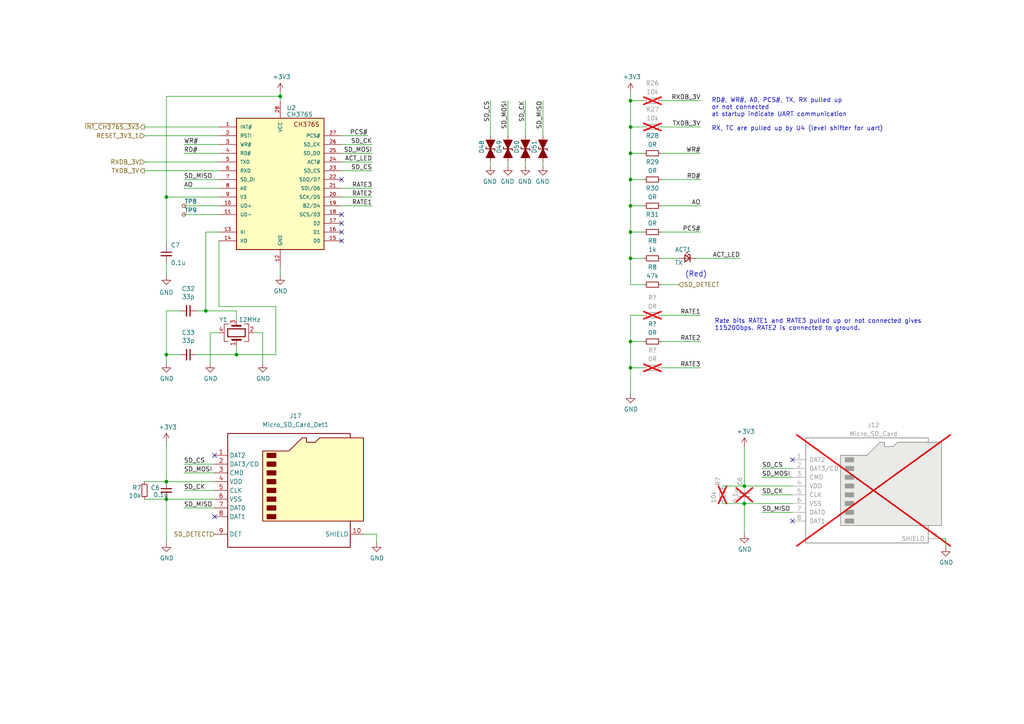
<source format=kicad_sch>
(kicad_sch (version 20230121) (generator eeschema)
  (paper "A4")
  (lib_symbols
    (symbol "Connector:Micro_SD_Card" (pin_names (offset 1.016))
      (property "Reference" "J" (at -16.51 15.24 0))
      (property "Value" "Micro_SD_Card" (at 16.51 15.24 0))
      (symbol "Micro_SD_Card_0_1"
        (rectangle (start -7.62 -9.525) (end -5.08 -10.795) (fill (type outline)))
        (rectangle (start -7.62 -6.985) (end -5.08 -8.255) (fill (type outline)))
        (rectangle (start -7.62 -4.445) (end -5.08 -5.715) (fill (type outline)))
        (rectangle (start -7.62 -1.905) (end -5.08 -3.175) (fill (type outline)))
        (rectangle (start -7.62 0.635) (end -5.08 -0.635) (fill (type outline)))
        (rectangle (start -7.62 3.175) (end -5.08 1.905) (fill (type outline)))
        (rectangle (start -7.62 5.715) (end -5.08 4.445) (fill (type outline)))
        (rectangle (start -7.62 8.255) (end -5.08 6.985) (fill (type outline)))
        (polyline (pts (xy 16.51 12.7) (xy 16.51 13.97) (xy -19.05 13.97) (xy -19.05 -16.51) (xy 16.51 -16.51) (xy 16.51 -11.43)) (stroke (width 0.254)))
        (polyline (pts (xy -8.89 -11.43) (xy -8.89 8.89) (xy -1.27 8.89) (xy 2.54 12.7) (xy 3.81 12.7) (xy 3.81 11.43) (xy 6.35 11.43) (xy 7.62 12.7) (xy 20.32 12.7) (xy 20.32 -11.43) (xy -8.89 -11.43)) (stroke (width 0.254)) (fill (type background)))
      )
      (symbol "Micro_SD_Card_1_1"
        (pin bidirectional line (at -22.86 7.62 0) (length 3.81) (name "DAT2") (number "1"))
        (pin bidirectional line (at -22.86 5.08 0) (length 3.81) (name "DAT3/CD") (number "2"))
        (pin input line (at -22.86 2.54 0) (length 3.81) (name "CMD") (number "3"))
        (pin power_in line (at -22.86 0 0) (length 3.81) (name "VDD") (number "4"))
        (pin input line (at -22.86 -2.54 0) (length 3.81) (name "CLK") (number "5"))
        (pin power_in line (at -22.86 -5.08 0) (length 3.81) (name "VSS") (number "6"))
        (pin bidirectional line (at -22.86 -7.62 0) (length 3.81) (name "DAT0") (number "7"))
        (pin bidirectional line (at -22.86 -10.16 0) (length 3.81) (name "DAT1") (number "8"))
        (pin passive line (at 20.32 -15.24 180) (length 3.81) (name "SHIELD") (number "9"))
      )
    )
    (symbol "Connector:Micro_SD_Card_Det1"
      (property "Reference" "J" (at -16.51 17.78 0))
      (property "Value" "Micro_SD_Card_Det1" (at 16.51 17.78 0))
      (symbol "Micro_SD_Card_Det1_0_1"
        (rectangle (start -7.62 -6.985) (end -5.08 -8.255) (stroke (width 0.254)) (fill (type outline)))
        (rectangle (start -7.62 -4.445) (end -5.08 -5.715) (stroke (width 0.254)) (fill (type outline)))
        (rectangle (start -7.62 -1.905) (end -5.08 -3.175) (stroke (width 0.254)) (fill (type outline)))
        (rectangle (start -7.62 0.635) (end -5.08 -0.635) (stroke (width 0.254)) (fill (type outline)))
        (rectangle (start -7.62 3.175) (end -5.08 1.905) (stroke (width 0.254)) (fill (type outline)))
        (rectangle (start -7.62 5.715) (end -5.08 4.445) (stroke (width 0.254)) (fill (type outline)))
        (rectangle (start -7.62 8.255) (end -5.08 6.985) (stroke (width 0.254)) (fill (type outline)))
        (rectangle (start -7.62 10.795) (end -5.08 9.525) (stroke (width 0.254)) (fill (type outline)))
        (polyline (pts (xy 16.51 15.24) (xy 16.51 16.51) (xy -19.05 16.51) (xy -19.05 -16.51) (xy 16.51 -16.51) (xy 16.51 -8.89)) (stroke (width 0.254)))
        (polyline (pts (xy -8.89 -8.89) (xy -8.89 11.43) (xy -1.27 11.43) (xy 2.54 15.24) (xy 3.81 15.24) (xy 3.81 13.97) (xy 6.35 13.97) (xy 7.62 15.24) (xy 20.32 15.24) (xy 20.32 -8.89) (xy -8.89 -8.89)) (stroke (width 0.254)) (fill (type background)))
      )
      (symbol "Micro_SD_Card_Det1_1_1"
        (pin bidirectional line (at -22.86 10.16 0) (length 3.81) (name "DAT2") (number "1"))
        (pin passive line (at 20.32 -12.7 180) (length 3.81) (name "SHIELD") (number "10"))
        (pin bidirectional line (at -22.86 7.62 0) (length 3.81) (name "DAT3/CD") (number "2"))
        (pin input line (at -22.86 5.08 0) (length 3.81) (name "CMD") (number "3"))
        (pin power_in line (at -22.86 2.54 0) (length 3.81) (name "VDD") (number "4"))
        (pin input line (at -22.86 0 0) (length 3.81) (name "CLK") (number "5"))
        (pin power_in line (at -22.86 -2.54 0) (length 3.81) (name "VSS") (number "6"))
        (pin bidirectional line (at -22.86 -5.08 0) (length 3.81) (name "DAT0") (number "7"))
        (pin bidirectional line (at -22.86 -7.62 0) (length 3.81) (name "DAT1") (number "8"))
        (pin passive line (at -22.86 -12.7 0) (length 3.81) (name "DET") (number "9"))
      )
    )
    (symbol "Connector:TestPoint_Small" (pin_numbers hide) (pin_names (offset 0.762) hide)
      (property "Reference" "TP" (at 0 3.81 0))
      (property "Value" "TestPoint_Small" (at 0 2.032 0))
      (symbol "TestPoint_Small_0_1"
        (circle (center 0 0) (radius 0.508))
      )
      (symbol "TestPoint_Small_1_1"
        (pin passive line (at 0 0 90) (length 0) (name "1") (number "1"))
      )
    )
    (symbol "Device:C_Small" (pin_numbers hide) (pin_names (offset 0.254) hide)
      (property "Reference" "C" (at 0.254 1.778 0))
      (property "Value" "C_Small" (at 0.254 -2.032 0))
      (symbol "C_Small_0_1"
        (polyline (pts (xy -1.524 -0.508) (xy 1.524 -0.508)) (stroke (width 0.3302)))
        (polyline (pts (xy -1.524 0.508) (xy 1.524 0.508)) (stroke (width 0.3048)))
      )
      (symbol "C_Small_1_1"
        (pin passive line (at 0 2.54 270) (length 2.032) (name "~") (number "1"))
        (pin passive line (at 0 -2.54 90) (length 2.032) (name "~") (number "2"))
      )
    )
    (symbol "Device:Crystal_GND24" (pin_names (offset 1.016) hide)
      (property "Reference" "Y" (at 3.175 5.08 0))
      (property "Value" "Crystal_GND24" (at 3.175 3.175 0))
      (symbol "Crystal_GND24_0_1"
        (rectangle (start -1.143 2.54) (end 1.143 -2.54) (stroke (width 0.3048)))
        (polyline (pts (xy -2.54 0) (xy -2.032 0)))
        (polyline (pts (xy -2.032 -1.27) (xy -2.032 1.27)) (stroke (width 0.508)))
        (polyline (pts (xy 0 -3.81) (xy 0 -3.556)))
        (polyline (pts (xy 0 3.556) (xy 0 3.81)))
        (polyline (pts (xy 2.032 -1.27) (xy 2.032 1.27)) (stroke (width 0.508)))
        (polyline (pts (xy 2.032 0) (xy 2.54 0)))
        (polyline (pts (xy -2.54 -2.286) (xy -2.54 -3.556) (xy 2.54 -3.556) (xy 2.54 -2.286)))
        (polyline (pts (xy -2.54 2.286) (xy -2.54 3.556) (xy 2.54 3.556) (xy 2.54 2.286)))
      )
      (symbol "Crystal_GND24_1_1"
        (pin passive line (at -3.81 0 0) (length 1.27) (name "1") (number "1"))
        (pin passive line (at 0 5.08 270) (length 1.27) (name "2") (number "2"))
        (pin passive line (at 3.81 0 180) (length 1.27) (name "3") (number "3"))
        (pin passive line (at 0 -5.08 90) (length 1.27) (name "4") (number "4"))
      )
    )
    (symbol "Device:D_TVS_Filled" (pin_numbers hide) (pin_names (offset 1.016) hide)
      (property "Reference" "D" (at 0 2.54 0))
      (property "Value" "D_TVS_Filled" (at 0 -2.54 0))
      (symbol "D_TVS_Filled_0_1"
        (polyline (pts (xy 1.27 0) (xy -1.27 0)))
        (polyline (pts (xy -2.54 -1.27) (xy 0 0) (xy -2.54 1.27) (xy -2.54 -1.27)) (stroke (width 0.254)) (fill (type outline)))
        (polyline (pts (xy 0.508 1.27) (xy 0 1.27) (xy 0 -1.27) (xy -0.508 -1.27)) (stroke (width 0.254)))
        (polyline (pts (xy 2.54 1.27) (xy 2.54 -1.27) (xy 0 0) (xy 2.54 1.27)) (stroke (width 0.254)) (fill (type outline)))
      )
      (symbol "D_TVS_Filled_1_1"
        (pin passive line (at -3.81 0 0) (length 2.54) (name "A1") (number "1"))
        (pin passive line (at 3.81 0 180) (length 2.54) (name "A2") (number "2"))
      )
    )
    (symbol "Device:LED_Small" (pin_numbers hide) (pin_names (offset 0.254) hide)
      (property "Reference" "D" (at -1.27 3.175 0))
      (property "Value" "LED_Small" (at -4.445 -2.54 0))
      (symbol "LED_Small_0_1"
        (polyline (pts (xy -0.762 -1.016) (xy -0.762 1.016)) (stroke (width 0.254)))
        (polyline (pts (xy 1.016 0) (xy -0.762 0)))
        (polyline (pts (xy 0.762 -1.016) (xy -0.762 0) (xy 0.762 1.016) (xy 0.762 -1.016)) (stroke (width 0.254)))
        (polyline (pts (xy 0 0.762) (xy -0.508 1.27) (xy -0.254 1.27) (xy -0.508 1.27) (xy -0.508 1.016)))
        (polyline (pts (xy 0.508 1.27) (xy 0 1.778) (xy 0.254 1.778) (xy 0 1.778) (xy 0 1.524)))
      )
      (symbol "LED_Small_1_1"
        (pin passive line (at -2.54 0 0) (length 1.778) (name "K") (number "1"))
        (pin passive line (at 2.54 0 180) (length 1.778) (name "A") (number "2"))
      )
    )
    (symbol "Device:R_Small" (pin_numbers hide) (pin_names (offset 0.254) hide)
      (property "Reference" "R" (at 0.762 0.508 0))
      (property "Value" "R_Small" (at 0.762 -1.016 0))
      (symbol "R_Small_0_1"
        (rectangle (start -0.762 1.778) (end 0.762 -1.778) (stroke (width 0.2032)))
      )
      (symbol "R_Small_1_1"
        (pin passive line (at 0 2.54 270) (length 0.762) (name "~") (number "1"))
        (pin passive line (at 0 -2.54 90) (length 0.762) (name "~") (number "2"))
      )
    )
    (symbol "Tiny_Z80:+3.3V-power" (power) (pin_names (offset 0))
      (property "Value" "+3.3V-power" (at 0 3.556 0))
      (symbol "+3.3V-power_0_1"
        (polyline (pts (xy -0.762 1.27) (xy 0 2.54)))
        (polyline (pts (xy 0 0) (xy 0 2.54)))
        (polyline (pts (xy 0 2.54) (xy 0.762 1.27)))
      )
      (symbol "+3.3V-power_1_1"
        (pin power_in line (at 0 0 90) (length 0) hide (name "+3V3") (number "1"))
      )
    )
    (symbol "ch376:CH376S" (pin_names (offset 1.016))
      (property "Reference" "U" (at 0 0 0))
      (property "Value" "CH376S" (at 0 0 0))
      (symbol "CH376S_0_0"
        (rectangle (start -12.7 -20.32) (end 12.7 17.78) (stroke (width 0.254)) (fill (type background)))
        (text "CH376S" (at 3.81 15.24 0) (effects (font (size 1.27 1.27)) (justify left bottom)))
        (pin bidirectional line (at -17.78 15.24 0) (length 5.08) (name "INT#") (number "1"))
        (pin bidirectional line (at -17.78 -7.62 0) (length 5.08) (name "UD+") (number "10"))
        (pin bidirectional line (at -17.78 -10.16 0) (length 5.08) (name "UD-") (number "11"))
        (pin power_in line (at 0 -25.4 90) (length 5.08) (name "GND") (number "12"))
        (pin bidirectional line (at -17.78 -15.24 0) (length 5.08) (name "XI") (number "13"))
        (pin bidirectional line (at -17.78 -17.78 0) (length 5.08) (name "XO") (number "14"))
        (pin bidirectional line (at 17.78 -17.78 180) (length 5.08) (name "D0") (number "15"))
        (pin bidirectional line (at 17.78 -15.24 180) (length 5.08) (name "D1") (number "16"))
        (pin bidirectional line (at 17.78 -12.7 180) (length 5.08) (name "D2") (number "17"))
        (pin bidirectional line (at 17.78 -10.16 180) (length 5.08) (name "SCS/D3") (number "18"))
        (pin bidirectional line (at 17.78 -7.62 180) (length 5.08) (name "BZ/D4") (number "19"))
        (pin bidirectional line (at -17.78 12.7 0) (length 5.08) (name "RSTI") (number "2"))
        (pin bidirectional line (at 17.78 -5.08 180) (length 5.08) (name "SCK/D5") (number "20"))
        (pin bidirectional line (at 17.78 -2.54 180) (length 5.08) (name "SDI/D6") (number "21"))
        (pin bidirectional line (at 17.78 0 180) (length 5.08) (name "SDO/D7") (number "22"))
        (pin bidirectional line (at 17.78 2.54 180) (length 5.08) (name "SD_CS") (number "23"))
        (pin bidirectional line (at 17.78 5.08 180) (length 5.08) (name "ACT#") (number "24"))
        (pin bidirectional line (at 17.78 7.62 180) (length 5.08) (name "SD_DO") (number "25"))
        (pin bidirectional line (at 17.78 10.16 180) (length 5.08) (name "SD_CK") (number "26"))
        (pin bidirectional line (at 17.78 12.7 180) (length 5.08) (name "PCS#") (number "27"))
        (pin power_in line (at 0 22.86 270) (length 5.08) (name "VCC") (number "28"))
        (pin bidirectional line (at -17.78 10.16 0) (length 5.08) (name "WR#") (number "3"))
        (pin bidirectional line (at -17.78 7.62 0) (length 5.08) (name "RD#") (number "4"))
        (pin bidirectional line (at -17.78 5.08 0) (length 5.08) (name "TXD") (number "5"))
        (pin bidirectional line (at -17.78 2.54 0) (length 5.08) (name "RXD") (number "6"))
        (pin bidirectional line (at -17.78 0 0) (length 5.08) (name "SD_DI") (number "7"))
        (pin bidirectional line (at -17.78 -2.54 0) (length 5.08) (name "A0") (number "8"))
      )
      (symbol "CH376S_1_0"
        (pin power_in line (at -17.78 -5.08 0) (length 5.08) (name "V3") (number "9"))
      )
    )
    (symbol "power:GND" (power) (pin_names (offset 0))
      (property "Value" "GND" (at 0 -3.81 0))
      (symbol "GND_0_1"
        (polyline (pts (xy 0 0) (xy 0 -1.27) (xy 1.27 -1.27) (xy 0 -2.54) (xy -1.27 -1.27) (xy 0 -1.27)))
      )
      (symbol "GND_1_1"
        (pin power_in line (at 0 0 270) (length 0) hide (name "GND") (number "1"))
      )
    )
  )
  (junction (at 68.58 102.87))
  (junction (at 215.9 140.97))
  (junction (at 59.69 90.17))
  (junction (at 182.88 29.21))
  (junction (at 48.26 57.15))
  (junction (at 182.88 36.83))
  (junction (at 182.88 106.68))
  (junction (at 48.26 144.78))
  (junction (at 182.88 74.93))
  (junction (at 48.26 139.7))
  (junction (at 81.28 27.94))
  (junction (at 182.88 52.07))
  (junction (at 182.88 99.06))
  (junction (at 182.88 59.69))
  (junction (at 215.9 146.05))
  (junction (at 182.88 67.31))
  (junction (at 182.88 44.45))
  (junction (at 48.26 102.87))
  (no_connect (at 229.87 151.13))
  (no_connect (at 99.06 64.77))
  (no_connect (at 99.06 69.85))
  (no_connect (at 99.06 67.31))
  (no_connect (at 99.06 52.07))
  (no_connect (at 229.87 133.35))
  (no_connect (at 99.06 62.23))
  (no_connect (at 62.23 149.86))
  (no_connect (at 62.23 132.08))
  (wire (pts (xy 80.01 88.9) (xy 80.01 102.87)))
  (wire (pts (xy 63.5 88.9) (xy 80.01 88.9)))
  (wire (pts (xy 80.01 102.87) (xy 68.58 102.87)))
  (wire (pts (xy 274.32 156.21) (xy 274.32 158.75)))
  (wire (pts (xy 182.88 44.45) (xy 186.69 44.45)))
  (wire (pts (xy 157.48 29.21) (xy 157.48 39.37)))
  (wire (pts (xy 215.9 140.97) (xy 229.87 140.97)))
  (wire (pts (xy 81.28 77.47) (xy 81.28 80.01)))
  (wire (pts (xy 99.06 54.61) (xy 107.95 54.61)))
  (wire (pts (xy 76.2 96.52) (xy 76.2 105.41)))
  (wire (pts (xy 182.88 52.07) (xy 182.88 59.69)))
  (wire (pts (xy 182.88 59.69) (xy 186.69 59.69)))
  (wire (pts (xy 191.77 44.45) (xy 203.2 44.45)))
  (wire (pts (xy 186.69 82.55) (xy 182.88 82.55)))
  (wire (pts (xy 191.77 74.93) (xy 196.85 74.93)))
  (wire (pts (xy 81.28 27.94) (xy 81.28 29.21)))
  (wire (pts (xy 53.34 54.61) (xy 63.5 54.61)))
  (wire (pts (xy 220.98 135.89) (xy 229.87 135.89)))
  (wire (pts (xy 209.55 146.05) (xy 215.9 146.05)))
  (wire (pts (xy 191.77 99.06) (xy 203.2 99.06)))
  (wire (pts (xy 48.26 76.2) (xy 48.26 80.01)))
  (wire (pts (xy 41.91 144.78) (xy 48.26 144.78)))
  (wire (pts (xy 48.26 102.87) (xy 48.26 90.17)))
  (wire (pts (xy 48.26 128.27) (xy 48.26 139.7)))
  (wire (pts (xy 53.34 41.91) (xy 63.5 41.91)))
  (wire (pts (xy 220.98 148.59) (xy 229.87 148.59)))
  (wire (pts (xy 157.48 46.99) (xy 157.48 48.26)))
  (wire (pts (xy 191.77 36.83) (xy 203.2 36.83)))
  (wire (pts (xy 182.88 29.21) (xy 186.69 29.21)))
  (wire (pts (xy 182.88 74.93) (xy 186.69 74.93)))
  (wire (pts (xy 182.88 91.44) (xy 186.69 91.44)))
  (wire (pts (xy 182.88 26.67) (xy 182.88 29.21)))
  (wire (pts (xy 63.5 69.85) (xy 63.5 88.9)))
  (wire (pts (xy 182.88 36.83) (xy 182.88 44.45)))
  (wire (pts (xy 99.06 49.53) (xy 107.95 49.53)))
  (wire (pts (xy 182.88 106.68) (xy 182.88 114.3)))
  (wire (pts (xy 147.32 29.21) (xy 147.32 39.37)))
  (wire (pts (xy 53.34 44.45) (xy 63.5 44.45)))
  (wire (pts (xy 182.88 99.06) (xy 186.69 99.06)))
  (wire (pts (xy 182.88 36.83) (xy 186.69 36.83)))
  (wire (pts (xy 48.26 144.78) (xy 62.23 144.78)))
  (wire (pts (xy 182.88 44.45) (xy 182.88 52.07)))
  (wire (pts (xy 191.77 29.21) (xy 203.2 29.21)))
  (wire (pts (xy 99.06 41.91) (xy 107.95 41.91)))
  (wire (pts (xy 191.77 67.31) (xy 203.2 67.31)))
  (wire (pts (xy 182.88 106.68) (xy 186.69 106.68)))
  (wire (pts (xy 99.06 57.15) (xy 107.95 57.15)))
  (wire (pts (xy 68.58 90.17) (xy 59.69 90.17)))
  (wire (pts (xy 152.4 29.21) (xy 152.4 39.37)))
  (wire (pts (xy 182.88 99.06) (xy 182.88 106.68)))
  (wire (pts (xy 191.77 59.69) (xy 203.2 59.69)))
  (wire (pts (xy 73.66 96.52) (xy 76.2 96.52)))
  (wire (pts (xy 48.26 27.94) (xy 81.28 27.94)))
  (wire (pts (xy 99.06 39.37) (xy 106.68 39.37)))
  (wire (pts (xy 48.26 27.94) (xy 48.26 57.15)))
  (wire (pts (xy 48.26 139.7) (xy 62.23 139.7)))
  (wire (pts (xy 147.32 46.99) (xy 147.32 48.26)))
  (wire (pts (xy 48.26 90.17) (xy 52.07 90.17)))
  (wire (pts (xy 57.15 102.87) (xy 68.58 102.87)))
  (wire (pts (xy 53.34 142.24) (xy 62.23 142.24)))
  (wire (pts (xy 191.77 91.44) (xy 203.2 91.44)))
  (wire (pts (xy 53.34 147.32) (xy 62.23 147.32)))
  (wire (pts (xy 53.34 59.69) (xy 63.5 59.69)))
  (wire (pts (xy 215.9 146.05) (xy 229.87 146.05)))
  (wire (pts (xy 191.77 106.68) (xy 203.2 106.68)))
  (wire (pts (xy 182.88 74.93) (xy 182.88 82.55)))
  (wire (pts (xy 99.06 59.69) (xy 107.95 59.69)))
  (wire (pts (xy 191.77 82.55) (xy 196.85 82.55)))
  (wire (pts (xy 60.96 96.52) (xy 60.96 105.41)))
  (wire (pts (xy 59.69 67.31) (xy 59.69 90.17)))
  (wire (pts (xy 53.34 62.23) (xy 63.5 62.23)))
  (wire (pts (xy 209.55 140.97) (xy 215.9 140.97)))
  (wire (pts (xy 53.34 52.07) (xy 63.5 52.07)))
  (wire (pts (xy 99.06 44.45) (xy 107.95 44.45)))
  (wire (pts (xy 81.28 26.67) (xy 81.28 27.94)))
  (wire (pts (xy 57.15 90.17) (xy 59.69 90.17)))
  (wire (pts (xy 53.34 137.16) (xy 62.23 137.16)))
  (wire (pts (xy 68.58 102.87) (xy 68.58 100.33)))
  (wire (pts (xy 182.88 67.31) (xy 182.88 74.93)))
  (wire (pts (xy 109.22 154.94) (xy 109.22 157.48)))
  (wire (pts (xy 191.77 52.07) (xy 203.2 52.07)))
  (wire (pts (xy 152.4 46.99) (xy 152.4 48.26)))
  (wire (pts (xy 48.26 144.78) (xy 48.26 157.48)))
  (wire (pts (xy 182.88 99.06) (xy 182.88 91.44)))
  (wire (pts (xy 41.91 139.7) (xy 48.26 139.7)))
  (wire (pts (xy 215.9 146.05) (xy 215.9 154.94)))
  (wire (pts (xy 63.5 67.31) (xy 59.69 67.31)))
  (wire (pts (xy 201.93 74.93) (xy 214.63 74.93)))
  (wire (pts (xy 99.06 46.99) (xy 107.95 46.99)))
  (wire (pts (xy 68.58 90.17) (xy 68.58 92.71)))
  (wire (pts (xy 182.88 59.69) (xy 182.88 67.31)))
  (wire (pts (xy 142.24 46.99) (xy 142.24 48.26)))
  (wire (pts (xy 41.91 36.83) (xy 63.5 36.83)))
  (wire (pts (xy 48.26 57.15) (xy 48.26 71.12)))
  (wire (pts (xy 41.91 46.99) (xy 63.5 46.99)))
  (wire (pts (xy 142.24 29.21) (xy 142.24 39.37)))
  (wire (pts (xy 53.34 134.62) (xy 62.23 134.62)))
  (wire (pts (xy 48.26 102.87) (xy 52.07 102.87)))
  (wire (pts (xy 41.91 39.37) (xy 63.5 39.37)))
  (wire (pts (xy 182.88 52.07) (xy 186.69 52.07)))
  (wire (pts (xy 220.98 143.51) (xy 229.87 143.51)))
  (wire (pts (xy 48.26 105.41) (xy 48.26 102.87)))
  (wire (pts (xy 48.26 57.15) (xy 63.5 57.15)))
  (wire (pts (xy 273.05 156.21) (xy 274.32 156.21)))
  (wire (pts (xy 63.5 96.52) (xy 60.96 96.52)))
  (wire (pts (xy 182.88 29.21) (xy 182.88 36.83)))
  (wire (pts (xy 182.88 67.31) (xy 186.69 67.31)))
  (wire (pts (xy 220.98 138.43) (xy 229.87 138.43)))
  (wire (pts (xy 105.41 154.94) (xy 109.22 154.94)))
  (wire (pts (xy 41.91 49.53) (xy 63.5 49.53)))
  (wire (pts (xy 215.9 129.54) (xy 215.9 140.97)))
  (text "RD#, WR#, A0, PCS#, TX, RX pulled up\nor not connected\nat startup indicate UART communication\n\nRX, TC are pulled up by U4 (level shifter for uart)" (at 206.375 38.1 0) (effects (font (size 1.27 1.27)) (justify left bottom)))
  (text "(Red)" (at 205.105 80.518 0) (effects (font (size 1.524 1.524)) (justify right bottom)))
  (text "Rate bits RATE1 and RATE3 pulled up or not connected gives\n115200bps. RATE2 is connected to ground." (at 207.264 96.012 0) (effects (font (size 1.27 1.27)) (justify left bottom)))
  (label "RATE3" (at 107.95 54.61 180))
  (label "RATE2" (at 203.2 99.06 180))
  (label "SD_MISO" (at 53.34 52.07 0))
  (label "SD_CS" (at 142.24 29.21 270))
  (label "SD_CK" (at 53.34 142.24 0))
  (label "PCS#" (at 203.2 67.31 180))
  (label "AO" (at 203.2 59.69 180))
  (label "SD_CK" (at 220.98 143.51 0))
  (label "SD_CS" (at 220.98 135.89 0))
  (label "AO" (at 53.34 54.61 0))
  (label "TXDB_3V" (at 203.2 36.83 180))
  (label "WR#" (at 203.2 44.45 180))
  (label "SD_CK" (at 107.95 41.91 180))
  (label "SD_CK" (at 152.4 29.21 270))
  (label "RATE1" (at 203.2 91.44 180))
  (label "SD_CS" (at 107.95 49.53 180))
  (label "ACT_LED" (at 214.63 74.93 180))
  (label "SD_MOSI" (at 53.34 137.16 0))
  (label "WR#" (at 53.34 41.91 0))
  (label "SD_MOSI" (at 220.98 138.43 0))
  (label "SD_MOSI" (at 107.95 44.45 180))
  (label "ACT_LED" (at 107.95 46.99 180))
  (label "RATE3" (at 203.2 106.68 180))
  (label "SD_CS" (at 53.34 134.62 0))
  (label "RATE2" (at 107.95 57.15 180))
  (label "SD_MOSI" (at 147.32 29.21 270))
  (label "PCS#" (at 106.68 39.37 180))
  (label "RD#" (at 53.34 44.45 0))
  (label "SD_MISO" (at 157.48 29.21 270))
  (label "RXDB_3V" (at 203.2 29.21 180))
  (label "RATE1" (at 107.95 59.69 180))
  (label "RD#" (at 203.2 52.07 180))
  (label "SD_MISO" (at 220.98 148.59 0))
  (label "SD_MISO" (at 53.34 147.32 0))
  (hierarchical_label "SD_DETECT" (shape input) (at 196.85 82.55 0))
  (hierarchical_label "TXDB_3V" (shape output) (at 41.91 49.53 180))
  (hierarchical_label "RESET_3V3_1" (shape input) (at 41.91 39.37 180))
  (hierarchical_label "SD_DETECT" (shape input) (at 62.23 154.94 180))
  (hierarchical_label "~{INT_CH376S_3V3}" (shape output) (at 41.91 36.83 180))
  (hierarchical_label "RXDB_3V" (shape input) (at 41.91 46.99 180))
  (symbol (lib_id "Device:C_Small") (at 54.61 102.87 270) (unit 1)
    (property "Reference" "C33" (at 54.61 96.4692 90))
    (property "Value" "33p" (at 54.61 98.7806 90))
    (property "Footprint" "Capacitor_SMD:C_0603_1608Metric" (effects hide))
  )
  (symbol (lib_id "Connector:Micro_SD_Card_Det1") (at 85.09 142.24 0) (unit 1)
    (property "Reference" "J17" (at 85.725 120.65 0))
    (property "Value" "Micro_SD_Card_Det1" (at 85.725 123.19 0))
    (property "Footprint" "footprints:microSD_XKB-Connectivity-XKTF-015-N_C381082-No-Holes" (effects hide))
    (property "Datasheet" "https://datasheet.lcsc.com/lcsc/2110151630_XKB-Connectivity-XKTF-015-N_C381082.pdf" (effects hide))
  )
  (symbol (lib_id "power:GND") (at 48.26 157.48 0) (unit 1)
    (property "Reference" "#PWR015" (effects hide))
    (property "Value" "GND" (at 48.387 161.8742 0))
    (instances (project "14-z80-flash" (path "" (reference "#PWR015") (unit 1)) (path "" (reference "#PWR0706") (unit 1))))
  )
  (symbol (lib_id "power:GND") (at 182.88 114.3 0) (unit 1)
    (property "Reference" "#PWR0252" (effects hide))
    (property "Value" "GND" (at 183.007 118.6942 0))
    (instances (project "14-z80-flash" (path "" (reference "#PWR0252") (unit 1)) (path "" (reference "#PWR064") (unit 1))))
  )
  (symbol (lib_id "Device:R_Small") (at 189.23 74.93 90) (mirror x) (unit 1)
    (property "Reference" "R8" (at 189.23 69.85 90))
    (property "Value" "1k" (at 189.23 72.39 90))
    (property "Footprint" "Resistor_SMD:R_0603_1608Metric_Pad0.98x0.95mm_HandSolder" (effects hide))
    (instances (project "14-z80-flash" (path "" (reference "R8") (unit 1)) (path "" (reference "R67") (unit 1))))
  )
  (symbol (lib_id "Device:C_Small") (at 54.61 90.17 270) (unit 1)
    (property "Reference" "C32" (at 54.61 83.7692 90))
    (property "Value" "33p" (at 54.61 86.0806 90))
    (property "Footprint" "Capacitor_SMD:C_0603_1608Metric" (effects hide))
  )
  (symbol (lib_id "power:GND") (at 48.26 80.01 0) (unit 1)
    (property "Reference" "#PWR019" (effects hide))
    (property "Value" "GND" (at 48.26 84.836 0))
    (instances (project "14-z80-flash" (path "" (reference "#PWR019") (unit 1)) (path "" (reference "#PWR011") (unit 1))))
  )
  (symbol (lib_id "Device:R_Small") (at 41.91 142.24 0) (unit 1)
    (property "Reference" "R7" (at 38.354 141.478 0) (effects (justify left)))
    (property "Value" "10k" (at 37.338 143.764 0) (effects (justify left)))
    (property "Footprint" "Resistor_SMD:R_0805_2012Metric" (effects hide))
  )
  (symbol (lib_id "Connector:TestPoint_Small") (at 53.34 59.69 0) (mirror y) (unit 1)
    (property "Reference" "TP8" (at 57.15 58.42 0) (effects (justify left)))
    (property "Value" "U2_10" (effects hide))
    (property "Footprint" "footprints:TestPoint_Pad_0.8x0.8mm" (effects hide))
  )
  (symbol (lib_id "Device:C_Small") (at 215.9 143.51 0) (unit 1) (on_board no) (dnp yes)
    (property "Reference" "C6" (at 214.63 140.97 90) (effects (justify left)))
    (property "Value" "0.1u" (at 213.36 146.05 90) (effects (justify left)))
    (property "Footprint" "Capacitor_SMD:C_0805_2012Metric_Pad1.18x1.45mm_HandSolder" (effects hide))
    (instances (project "14-z80-flash" (path "" (reference "C6") (unit 1)) (path "" (reference "C701") (unit 1))))
  )
  (symbol (lib_id "Device:R_Small") (at 189.23 29.21 270) (unit 1) (dnp yes)
    (property "Reference" "R26" (at 189.23 24.13 90))
    (property "Value" "10k" (at 189.23 26.67 90))
    (property "Footprint" "Resistor_SMD:R_0402_1005Metric_Pad0.72x0.64mm_HandSolder" (effects hide))
    (instances (project "14-z80-flash" (path "" (reference "R26") (unit 1)) (path "" (reference "R28") (unit 1))))
  )
  (symbol (lib_id "power:GND") (at 109.22 157.48 0) (unit 1)
    (property "Reference" "#PWR0252" (effects hide))
    (property "Value" "GND" (at 109.347 161.8742 0))
    (instances (project "14-z80-flash" (path "" (reference "#PWR0252") (unit 1)) (path "" (reference "#PWR0707") (unit 1))))
  )
  (symbol (lib_id "Device:D_TVS_Filled") (at 142.24 43.18 90) (unit 1)
    (property "Reference" "D48" (at 139.7 40.64 0) (effects (justify right)))
    (property "Value" "0402ESDA-05N" (effects hide))
    (property "Footprint" "Diode_SMD:D_0402_1005Metric" (effects hide))
    (property "Datasheet" "https://datasheet.lcsc.com/lcsc/2304140030_BORN-0402ESDA-05N_C316049.pdf" (effects hide))
    (instances (project "14-z80-flash" (path "" (reference "D48") (unit 1)) (path "" (reference "D701") (unit 1))))
  )
  (symbol (lib_id "power:GND") (at 76.2 105.41 0) (unit 1)
    (property "Reference" "#PWR063" (effects hide))
    (property "Value" "GND" (at 76.327 109.8042 0))
    (instances (project "14-z80-flash" (path "" (reference "#PWR063") (unit 1)) (path "" (reference "#PWR019") (unit 1))))
  )
  (symbol (lib_id "Device:D_TVS_Filled") (at 157.48 43.18 90) (unit 1)
    (property "Reference" "D51" (at 154.94 40.64 0) (effects (justify right)))
    (property "Value" "0402ESDA-05N" (effects hide))
    (property "Footprint" "Diode_SMD:D_0402_1005Metric" (effects hide))
    (property "Datasheet" "https://datasheet.lcsc.com/lcsc/2304140030_BORN-0402ESDA-05N_C316049.pdf" (effects hide))
    (instances (project "14-z80-flash" (path "" (reference "D51") (unit 1)) (path "" (reference "D704") (unit 1))))
  )
  (symbol (lib_id "power:GND") (at 215.9 154.94 0) (unit 1)
    (property "Reference" "#PWR015" (effects hide))
    (property "Value" "GND" (at 216.027 159.3342 0))
    (instances (project "14-z80-flash" (path "" (reference "#PWR015") (unit 1)) (path "" (reference "#PWR014") (unit 1))))
  )
  (symbol (lib_id "Device:R_Small") (at 189.23 67.31 270) (unit 1)
    (property "Reference" "R31" (at 189.23 62.23 90))
    (property "Value" "0R" (at 189.23 64.77 90))
    (property "Footprint" "Resistor_SMD:R_0402_1005Metric_Pad0.72x0.64mm_HandSolder" (effects hide))
    (instances (project "14-z80-flash" (path "" (reference "R31") (unit 1)) (path "" (reference "R33") (unit 1))))
  )
  (symbol (lib_id "Device:LED_Small") (at 199.39 74.93 0) (mirror y) (unit 1)
    (property "Reference" "ACT1" (at 198.12 72.39 0))
    (property "Value" "TX" (at 196.85 76.2 0))
    (property "Footprint" "LED_SMD:LED_0805_2012Metric_Pad1.15x1.40mm_HandSolder" (effects hide))
  )
  (symbol (lib_id "Device:R_Small") (at 189.23 106.68 270) (unit 1) (dnp yes)
    (property "Reference" "R?" (at 189.23 101.6 90))
    (property "Value" "0R" (at 189.23 104.14 90))
    (property "Footprint" "Resistor_SMD:R_0402_1005Metric_Pad0.72x0.64mm_HandSolder" (effects hide))
    (instances (project "14-z80-flash" (path "" (reference "R?") (unit 1)) (path "" (reference "R27") (unit 1))))
  )
  (symbol (lib_id "Device:D_TVS_Filled") (at 147.32 43.18 90) (unit 1)
    (property "Reference" "D49" (at 144.78 40.64 0) (effects (justify right)))
    (property "Value" "0402ESDA-05N" (effects hide))
    (property "Footprint" "Diode_SMD:D_0402_1005Metric" (effects hide))
    (property "Datasheet" "https://datasheet.lcsc.com/lcsc/2304140030_BORN-0402ESDA-05N_C316049.pdf" (effects hide))
    (instances (project "14-z80-flash" (path "" (reference "D49") (unit 1)) (path "" (reference "D702") (unit 1))))
  )
  (symbol (lib_id "power:GND") (at 152.4 48.26 0) (mirror y) (unit 1)
    (property "Reference" "#PWR0260" (effects hide))
    (property "Value" "GND" (at 152.273 52.6542 0))
    (instances (project "14-z80-flash" (path "" (reference "#PWR0260") (unit 1)) (path "" (reference "#PWR0703") (unit 1))))
  )
  (symbol (lib_id "Tiny_Z80:+3.3V-power") (at 48.26 128.27 0) (unit 1)
    (property "Reference" "#PWR014" (effects hide))
    (property "Value" "+3.3V" (at 48.641 123.8758 0))
    (instances (project "14-z80-flash" (path "" (reference "#PWR014") (unit 1)) (path "" (reference "#PWR0705") (unit 1))))
  )
  (symbol (lib_id "ch376:CH376S") (at 81.28 52.07 0) (unit 1)
    (property "Reference" "U2" (at 83.1089 31.2801 0) (effects (justify left)))
    (property "Value" "CH376S" (at 83.1089 33.2011 0) (effects (justify left)))
    (property "Footprint" "footprints:SOP28" (effects hide))
  )
  (symbol (lib_id "Device:C_Small") (at 48.26 142.24 0) (unit 1)
    (property "Reference" "C6" (at 43.688 141.478 0) (effects (justify left)))
    (property "Value" "0.1u" (at 44.45 143.51 0) (effects (justify left)))
    (property "Footprint" "Capacitor_SMD:C_0805_2012Metric" (effects hide))
    (instances (project "14-z80-flash" (path "" (reference "C6") (unit 1)) (path "" (reference "C7") (unit 1))))
  )
  (symbol (lib_id "Device:R_Small") (at 189.23 99.06 270) (unit 1)
    (property "Reference" "R?" (at 189.23 93.98 90))
    (property "Value" "0R" (at 189.23 96.52 90))
    (property "Footprint" "Resistor_SMD:R_0402_1005Metric_Pad0.72x0.64mm_HandSolder" (effects hide))
    (instances (project "14-z80-flash" (path "" (reference "R?") (unit 1)) (path "" (reference "R26") (unit 1))))
  )
  (symbol (lib_id "power:GND") (at 48.26 105.41 0) (unit 1)
    (property "Reference" "#PWR040" (effects hide))
    (property "Value" "GND" (at 48.387 109.8042 0))
    (instances (project "14-z80-flash" (path "" (reference "#PWR040") (unit 1)) (path "" (reference "#PWR012") (unit 1))))
  )
  (symbol (lib_id "Device:R_Small") (at 189.23 59.69 270) (unit 1)
    (property "Reference" "R30" (at 189.23 54.61 90))
    (property "Value" "0R" (at 189.23 57.15 90))
    (property "Footprint" "Resistor_SMD:R_0402_1005Metric_Pad0.72x0.64mm_HandSolder" (effects hide))
    (instances (project "14-z80-flash" (path "" (reference "R30") (unit 1)) (path "" (reference "R32") (unit 1))))
  )
  (symbol (lib_id "Connector:Micro_SD_Card") (at 252.73 140.97 0) (unit 1) (on_board no) (dnp yes)
    (property "Reference" "J12" (at 253.365 123.3002 0))
    (property "Value" "Micro_SD_Card" (at 253.365 125.8371 0))
    (property "Footprint" "Connector_Card:microSD_HC_Wuerth_693072010801" (effects hide))
    (property "Datasheet" "http://katalog.we-online.de/em/datasheet/693072010801.pdf" (effects hide))
  )
  (symbol (lib_id "power:GND") (at 142.24 48.26 0) (mirror y) (unit 1)
    (property "Reference" "#PWR0142" (effects hide))
    (property "Value" "GND" (at 142.113 52.6542 0))
    (instances (project "14-z80-flash" (path "" (reference "#PWR0142") (unit 1)) (path "" (reference "#PWR0701") (unit 1))))
  )
  (symbol (lib_id "power:GND") (at 81.28 80.01 0) (unit 1)
    (property "Reference" "#PWR012" (effects hide))
    (property "Value" "GND" (at 81.407 84.4042 0))
    (instances (project "14-z80-flash" (path "" (reference "#PWR012") (unit 1)) (path "" (reference "#PWR041") (unit 1))))
  )
  (symbol (lib_id "Device:C_Small") (at 48.26 73.66 0) (unit 1)
    (property "Reference" "C7" (at 49.53 71.12 0) (effects (justify left)))
    (property "Value" "0.1u" (at 49.53 76.2 0) (effects (justify left)))
    (property "Footprint" "Capacitor_SMD:C_0805_2012Metric_Pad1.18x1.45mm_HandSolder" (effects hide))
    (instances (project "14-z80-flash" (path "" (reference "C7") (unit 1)) (path "" (reference "C6") (unit 1))))
  )
  (symbol (lib_id "power:GND") (at 274.32 158.75 0) (unit 1)
    (property "Reference" "#PWR013" (effects hide))
    (property "Value" "GND" (at 274.447 163.1442 0))
    (instances (project "14-z80-flash" (path "" (reference "#PWR013") (unit 1)) (path "" (reference "#PWR063") (unit 1))))
  )
  (symbol (lib_id "Device:R_Small") (at 189.23 52.07 270) (unit 1)
    (property "Reference" "R29" (at 189.23 46.99 90))
    (property "Value" "0R" (at 189.23 49.53 90))
    (property "Footprint" "Resistor_SMD:R_0402_1005Metric_Pad0.72x0.64mm_HandSolder" (effects hide))
    (instances (project "14-z80-flash" (path "" (reference "R29") (unit 1)) (path "" (reference "R31") (unit 1))))
  )
  (symbol (lib_id "Tiny_Z80:+3.3V-power") (at 215.9 129.54 0) (unit 1)
    (property "Reference" "#PWR014" (effects hide))
    (property "Value" "+3.3V" (at 216.281 125.1458 0))
    (instances (project "14-z80-flash" (path "" (reference "#PWR014") (unit 1)) (path "" (reference "#PWR013") (unit 1))))
  )
  (symbol (lib_id "Device:Crystal_GND24") (at 68.58 96.52 270) (mirror x) (unit 1)
    (property "Reference" "Y1" (at 64.77 92.71 90))
    (property "Value" "12MHz" (at 72.39 92.71 90))
    (property "Footprint" "Crystal:Crystal_SMD_3225-4Pin_3.2x2.5mm" (effects hide))
  )
  (symbol (lib_id "Device:R_Small") (at 189.23 44.45 270) (unit 1)
    (property "Reference" "R28" (at 189.23 39.37 90))
    (property "Value" "0R" (at 189.23 41.91 90))
    (property "Footprint" "Resistor_SMD:R_0402_1005Metric_Pad0.72x0.64mm_HandSolder" (effects hide))
    (instances (project "14-z80-flash" (path "" (reference "R28") (unit 1)) (path "" (reference "R30") (unit 1))))
  )
  (symbol (lib_id "Device:R_Small") (at 189.23 82.55 90) (mirror x) (unit 1)
    (property "Reference" "R8" (at 189.23 77.47 90))
    (property "Value" "47k" (at 189.23 80.01 90))
    (property "Footprint" "Resistor_SMD:R_0603_1608Metric_Pad0.98x0.95mm_HandSolder" (effects hide))
    (instances (project "14-z80-flash" (path "" (reference "R8") (unit 1)) (path "" (reference "R66") (unit 1))))
  )
  (symbol (lib_id "Device:D_TVS_Filled") (at 152.4 43.18 90) (unit 1)
    (property "Reference" "D50" (at 149.86 40.64 0) (effects (justify right)))
    (property "Value" "0402ESDA-05N" (effects hide))
    (property "Footprint" "Diode_SMD:D_0402_1005Metric" (effects hide))
    (property "Datasheet" "https://datasheet.lcsc.com/lcsc/2304140030_BORN-0402ESDA-05N_C316049.pdf" (effects hide))
    (instances (project "14-z80-flash" (path "" (reference "D50") (unit 1)) (path "" (reference "D703") (unit 1))))
  )
  (symbol (lib_id "power:GND") (at 60.96 105.41 0) (unit 1)
    (property "Reference" "#PWR041" (effects hide))
    (property "Value" "GND" (at 61.087 109.8042 0))
    (instances (project "14-z80-flash" (path "" (reference "#PWR041") (unit 1)) (path "" (reference "#PWR015") (unit 1))))
  )
  (symbol (lib_id "power:GND") (at 147.32 48.26 0) (mirror y) (unit 1)
    (property "Reference" "#PWR0143" (effects hide))
    (property "Value" "GND" (at 147.193 52.6542 0))
    (instances (project "14-z80-flash" (path "" (reference "#PWR0143") (unit 1)) (path "" (reference "#PWR0702") (unit 1))))
  )
  (symbol (lib_id "power:GND") (at 157.48 48.26 0) (mirror y) (unit 1)
    (property "Reference" "#PWR0261" (effects hide))
    (property "Value" "GND" (at 157.353 52.6542 0))
    (instances (project "14-z80-flash" (path "" (reference "#PWR0261") (unit 1)) (path "" (reference "#PWR0704") (unit 1))))
  )
  (symbol (lib_id "Tiny_Z80:+3.3V-power") (at 182.88 26.67 0) (unit 1)
    (property "Reference" "#PWR064" (effects hide))
    (property "Value" "+3.3V" (at 183.261 22.2758 0))
    (instances (project "14-z80-flash" (path "" (reference "#PWR064") (unit 1)) (path "" (reference "#PWR0252") (unit 1))))
  )
  (symbol (lib_id "Device:R_Small") (at 189.23 36.83 270) (unit 1) (dnp yes)
    (property "Reference" "R27" (at 189.23 31.75 90))
    (property "Value" "10k" (at 189.23 34.29 90))
    (property "Footprint" "Resistor_SMD:R_0402_1005Metric_Pad0.72x0.64mm_HandSolder" (effects hide))
    (instances (project "14-z80-flash" (path "" (reference "R27") (unit 1)) (path "" (reference "R29") (unit 1))))
  )
  (symbol (lib_id "Device:R_Small") (at 209.55 143.51 0) (unit 1) (on_board no) (dnp yes)
    (property "Reference" "R7" (at 208.28 140.97 90) (effects (justify left)))
    (property "Value" "10k" (at 207.01 146.05 90) (effects (justify left)))
    (property "Footprint" "Resistor_SMD:R_0805_2012Metric_Pad1.20x1.40mm_HandSolder" (effects hide))
    (instances (project "14-z80-flash" (path "" (reference "R7") (unit 1)) (path "" (reference "R701") (unit 1))))
  )
  (symbol (lib_id "Device:R_Small") (at 189.23 91.44 270) (unit 1) (dnp yes)
    (property "Reference" "R?" (at 189.23 86.36 90))
    (property "Value" "0R" (at 189.23 88.9 90))
    (property "Footprint" "Resistor_SMD:R_0402_1005Metric_Pad0.72x0.64mm_HandSolder" (effects hide))
    (instances (project "14-z80-flash" (path "" (reference "R?") (unit 1)) (path "" (reference "R8") (unit 1))))
  )
  (symbol (lib_id "Connector:TestPoint_Small") (at 53.34 62.23 0) (mirror y) (unit 1)
    (property "Reference" "TP9" (at 57.15 60.96 0) (effects (justify left)))
    (property "Value" "U2_10" (effects hide))
    (property "Footprint" "footprints:TestPoint_Pad_0.8x0.8mm" (effects hide))
  )
  (symbol (lib_id "Tiny_Z80:+3.3V-power") (at 81.28 26.67 0) (unit 1)
    (property "Reference" "#PWR011" (effects hide))
    (property "Value" "+3.3V" (at 81.661 22.2758 0))
    (instances (project "14-z80-flash" (path "" (reference "#PWR011") (unit 1)) (path "" (reference "#PWR040") (unit 1))))
  )
)
</source>
